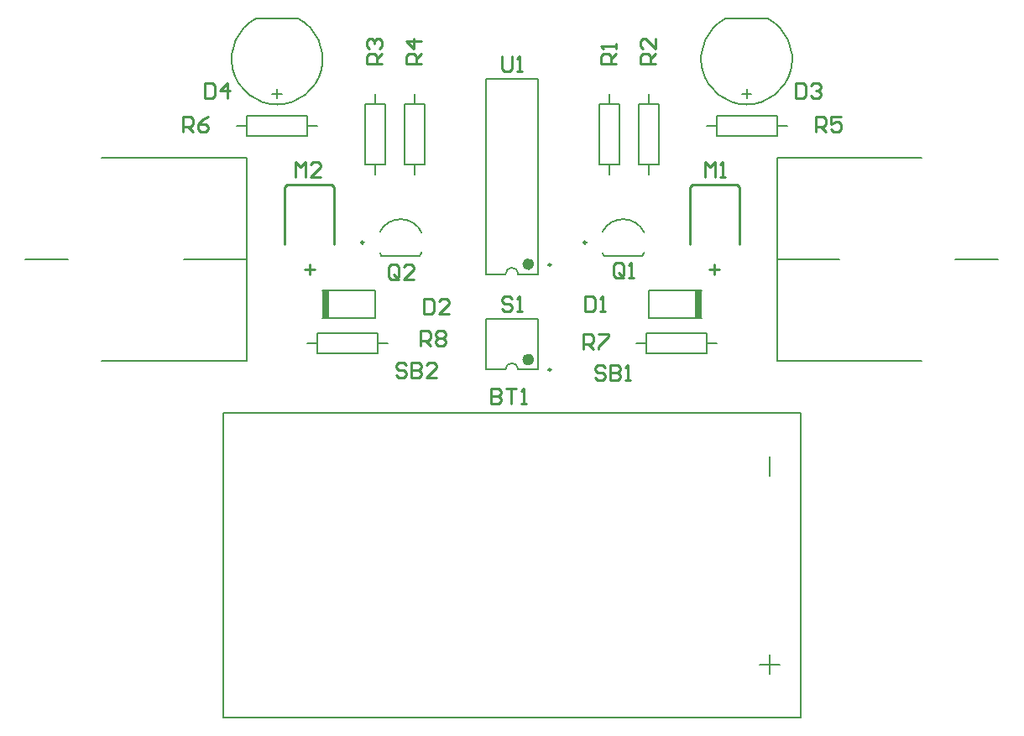
<source format=gbr>
G04 Layer_Color=65535*
%FSLAX26Y26*%
%MOIN*%
%TF.FileFunction,Legend,Top*%
%TF.Part,Single*%
G01*
G75*
%TA.AperFunction,NonConductor*%
%ADD28C,0.010000*%
%ADD47C,0.023622*%
%ADD48C,0.009842*%
%ADD49C,0.007874*%
%ADD50R,0.031496X0.110236*%
D28*
X-902575Y876955D02*
Y1103333D01*
X-892733Y1113176D01*
X-804150D01*
X-715567D01*
X-705725Y1103333D01*
Y876955D02*
Y1103333D01*
X705724Y876955D02*
Y1103333D01*
X715567Y1113176D01*
X804149D01*
X892732D01*
X902575Y1103333D01*
Y876955D02*
Y1103333D01*
X-858268Y1145669D02*
Y1205650D01*
X-838274Y1185656D01*
X-818281Y1205650D01*
Y1145669D01*
X-758300D02*
X-798287D01*
X-758300Y1185656D01*
Y1195653D01*
X-768297Y1205650D01*
X-788290D01*
X-798287Y1195653D01*
X-38386Y1624153D02*
Y1574170D01*
X-28389Y1564173D01*
X-8396D01*
X1601Y1574170D01*
Y1624153D01*
X21595Y1564173D02*
X41588D01*
X31592D01*
Y1624153D01*
X21595Y1614157D01*
X617Y660220D02*
X-9380Y670217D01*
X-29373D01*
X-39370Y660220D01*
Y650223D01*
X-29373Y640226D01*
X-9380D01*
X617Y630230D01*
Y620233D01*
X-9380Y610236D01*
X-29373D01*
X-39370Y620233D01*
X20610Y610236D02*
X40604D01*
X30607D01*
Y670217D01*
X20610Y660220D01*
X-358268Y1594488D02*
X-418248D01*
Y1624478D01*
X-408252Y1634475D01*
X-388258D01*
X-378261Y1624478D01*
Y1594488D01*
Y1614482D02*
X-358268Y1634475D01*
Y1684459D02*
X-418248D01*
X-388258Y1654469D01*
Y1694456D01*
X-515748Y1594488D02*
X-575729D01*
Y1624478D01*
X-565732Y1634475D01*
X-545738D01*
X-535741Y1624478D01*
Y1594488D01*
Y1614482D02*
X-515748Y1634475D01*
X-565732Y1654469D02*
X-575729Y1664466D01*
Y1684459D01*
X-565732Y1694456D01*
X-555735D01*
X-545738Y1684459D01*
Y1674462D01*
Y1684459D01*
X-535741Y1694456D01*
X-525745D01*
X-515748Y1684459D01*
Y1664466D01*
X-525745Y1654469D01*
X-450170Y746217D02*
Y786204D01*
X-460167Y796201D01*
X-480161D01*
X-490158Y786204D01*
Y746217D01*
X-480161Y736221D01*
X-460167D01*
X-470164Y756214D02*
X-450170Y736221D01*
X-460167D02*
X-450170Y746217D01*
X-390190Y736221D02*
X-430177D01*
X-390190Y776208D01*
Y786204D01*
X-400187Y796201D01*
X-420180D01*
X-430177Y786204D01*
X-82677Y304075D02*
Y244095D01*
X-52687D01*
X-42690Y254091D01*
Y264088D01*
X-52687Y274085D01*
X-82677D01*
X-52687D01*
X-42690Y284082D01*
Y294078D01*
X-52687Y304075D01*
X-82677D01*
X-22697D02*
X17291D01*
X-2703D01*
Y244095D01*
X37284D02*
X57278D01*
X47281D01*
Y304075D01*
X37284Y294078D01*
X-348622Y662343D02*
Y602362D01*
X-318632D01*
X-308635Y612359D01*
Y652346D01*
X-318632Y662343D01*
X-348622D01*
X-248654Y602362D02*
X-288642D01*
X-248654Y642349D01*
Y652346D01*
X-258651Y662343D01*
X-278645D01*
X-288642Y652346D01*
X767716Y1145669D02*
Y1205650D01*
X787710Y1185656D01*
X807704Y1205650D01*
Y1145669D01*
X827697D02*
X847691D01*
X837694D01*
Y1205650D01*
X827697Y1195653D01*
X570866Y1594488D02*
X510885D01*
Y1624478D01*
X520882Y1634475D01*
X540876D01*
X550873Y1624478D01*
Y1594488D01*
Y1614482D02*
X570866Y1634475D01*
Y1694456D02*
Y1654469D01*
X530879Y1694456D01*
X520882D01*
X510885Y1684459D01*
Y1664466D01*
X520882Y1654469D01*
X413386Y1594488D02*
X353405D01*
Y1624478D01*
X363402Y1634475D01*
X383396D01*
X393392Y1624478D01*
Y1594488D01*
Y1614482D02*
X413386Y1634475D01*
Y1654469D02*
Y1674462D01*
Y1664466D01*
X353405D01*
X363402Y1654469D01*
X443530Y754091D02*
Y794078D01*
X433534Y804075D01*
X413540D01*
X403543Y794078D01*
Y754091D01*
X413540Y744095D01*
X433534D01*
X423537Y764088D02*
X443530Y744095D01*
X433534D02*
X443530Y754091D01*
X463524Y744095D02*
X483517D01*
X473521D01*
Y804075D01*
X463524Y794078D01*
X289567Y670217D02*
Y610236D01*
X319557D01*
X329554Y620233D01*
Y660220D01*
X319557Y670217D01*
X289567D01*
X349548Y610236D02*
X369541D01*
X359544D01*
Y670217D01*
X349548Y660220D01*
X1125984Y1516674D02*
Y1456693D01*
X1155975D01*
X1165971Y1466690D01*
Y1506677D01*
X1155975Y1516674D01*
X1125984D01*
X1185965Y1506677D02*
X1195962Y1516674D01*
X1215955D01*
X1225952Y1506677D01*
Y1496680D01*
X1215955Y1486683D01*
X1205958D01*
X1215955D01*
X1225952Y1476686D01*
Y1466690D01*
X1215955Y1456693D01*
X1195962D01*
X1185965Y1466690D01*
X1208661Y1322835D02*
Y1382815D01*
X1238652D01*
X1248649Y1372818D01*
Y1352825D01*
X1238652Y1342828D01*
X1208661D01*
X1228655D02*
X1248649Y1322835D01*
X1308629Y1382815D02*
X1268642D01*
Y1352825D01*
X1288636Y1362822D01*
X1298632D01*
X1308629Y1352825D01*
Y1332831D01*
X1298632Y1322835D01*
X1278639D01*
X1268642Y1332831D01*
X283661Y460630D02*
Y520611D01*
X313652D01*
X323649Y510614D01*
Y490620D01*
X313652Y480623D01*
X283661D01*
X303655D02*
X323649Y460630D01*
X343642Y520611D02*
X383629D01*
Y510614D01*
X343642Y470627D01*
Y460630D01*
X-362402Y472441D02*
Y532422D01*
X-332411D01*
X-322415Y522425D01*
Y502431D01*
X-332411Y492435D01*
X-362402D01*
X-342408D02*
X-322415Y472441D01*
X-302421Y522425D02*
X-292424Y532422D01*
X-272431D01*
X-262434Y522425D01*
Y512428D01*
X-272431Y502431D01*
X-262434Y492435D01*
Y482438D01*
X-272431Y472441D01*
X-292424D01*
X-302421Y482438D01*
Y492435D01*
X-292424Y502431D01*
X-302421Y512428D01*
Y522425D01*
X-292424Y502431D02*
X-272431D01*
X370204Y388567D02*
X360207Y398563D01*
X340213D01*
X330216Y388567D01*
Y378570D01*
X340213Y368573D01*
X360207D01*
X370204Y358576D01*
Y348579D01*
X360207Y338583D01*
X340213D01*
X330216Y348579D01*
X390197Y398563D02*
Y338583D01*
X420187D01*
X430184Y348579D01*
Y358576D01*
X420187Y368573D01*
X390197D01*
X420187D01*
X430184Y378570D01*
Y388567D01*
X420187Y398563D01*
X390197D01*
X450178Y338583D02*
X470171D01*
X460175D01*
Y398563D01*
X450178Y388567D01*
X-420643Y396440D02*
X-430640Y406437D01*
X-450633D01*
X-460630Y396440D01*
Y386444D01*
X-450633Y376447D01*
X-430640D01*
X-420643Y366450D01*
Y356454D01*
X-430640Y346457D01*
X-450633D01*
X-460630Y356454D01*
X-400649Y406437D02*
Y346457D01*
X-370659D01*
X-360662Y356454D01*
Y366450D01*
X-370659Y376447D01*
X-400649D01*
X-370659D01*
X-360662Y386444D01*
Y396440D01*
X-370659Y406437D01*
X-400649D01*
X-300682Y346457D02*
X-340669D01*
X-300682Y386444D01*
Y396440D01*
X-310678Y406437D01*
X-330672D01*
X-340669Y396440D01*
X-1307087Y1322835D02*
Y1382815D01*
X-1277096D01*
X-1267100Y1372818D01*
Y1352825D01*
X-1277096Y1342828D01*
X-1307087D01*
X-1287093D02*
X-1267100Y1322835D01*
X-1207119Y1382815D02*
X-1227112Y1372818D01*
X-1247106Y1352825D01*
Y1332831D01*
X-1237109Y1322835D01*
X-1217116D01*
X-1207119Y1332831D01*
Y1342828D01*
X-1217116Y1352825D01*
X-1247106D01*
X-1220472Y1516674D02*
Y1456693D01*
X-1190482D01*
X-1180485Y1466690D01*
Y1506677D01*
X-1190482Y1516674D01*
X-1220472D01*
X-1130502Y1456693D02*
Y1516674D01*
X-1160492Y1486683D01*
X-1120505D01*
X-803687Y798215D02*
Y758228D01*
X-783694Y778221D02*
X-823681D01*
X804612Y798215D02*
Y758228D01*
X824606Y778221D02*
X784619D01*
D47*
X76772Y419291D02*
G03*
X76772Y419291I-11811J0D01*
G01*
Y798425D02*
G03*
X76772Y798425I-11811J0D01*
G01*
D48*
X154921Y379134D02*
G03*
X154921Y379134I-4921J0D01*
G01*
X-588583Y884252D02*
G03*
X-588583Y884252I-4921J0D01*
G01*
X154921Y795669D02*
G03*
X154921Y795669I-4921J0D01*
G01*
X295276Y884252D02*
G03*
X295276Y884252I-4921J0D01*
G01*
D49*
X25000Y379921D02*
G03*
X-25000Y379921I-25000J0D01*
G01*
X-523696Y840959D02*
G03*
X-518071Y831692I81766J43293D01*
G01*
X-365788D02*
G03*
X-358091Y845122I-76141J52560D01*
G01*
X-358099Y923396D02*
G03*
X-523688Y927559I-83831J-39144D01*
G01*
X25000Y759055D02*
G03*
X-25000Y759055I-25000J0D01*
G01*
X360163Y840959D02*
G03*
X365788Y831692I81766J43293D01*
G01*
X518071D02*
G03*
X525768Y845122I-76141J52560D01*
G01*
X525760Y923396D02*
G03*
X360171Y927559I-83831J-39144D01*
G01*
X849723Y1774575D02*
G03*
X1014844Y1774575I82560J-161189D01*
G01*
X-1014844Y1774575D02*
G03*
X-849723Y1774575I82560J-161189D01*
G01*
X-104331Y580709D02*
X104331D01*
X-104331Y379921D02*
X-25000D01*
X25000D02*
X104331D01*
X-104331D02*
Y580709D01*
X104331Y379921D02*
Y580709D01*
X-426811Y1433914D02*
X-346811D01*
Y1193914D02*
Y1433914D01*
X-426811Y1193914D02*
X-346811D01*
X-426811D02*
Y1433914D01*
X-386811D02*
Y1473914D01*
Y1153914D02*
Y1193914D01*
X-518071Y831693D02*
X-365788D01*
X-584292Y1433914D02*
X-504292D01*
Y1193914D02*
Y1433914D01*
X-584292Y1193914D02*
X-504292D01*
X-584292D02*
Y1433914D01*
X-544292D02*
Y1473914D01*
Y1153914D02*
Y1193914D01*
X-104331Y1534645D02*
X104331D01*
X-104331Y759055D02*
X-25000D01*
X25000D02*
X104331D01*
X-104331D02*
Y1534645D01*
X104331Y759055D02*
Y1534645D01*
X-752165Y692913D02*
X-543504D01*
X-752165Y582677D02*
X-543504D01*
Y692913D01*
X504292Y1433914D02*
X584292D01*
Y1193914D02*
Y1433914D01*
X504292Y1193914D02*
X584292D01*
X504292D02*
Y1433914D01*
X544292D02*
Y1473914D01*
Y1153914D02*
Y1193914D01*
X346811Y1433914D02*
X426811D01*
Y1193914D02*
Y1433914D01*
X346811Y1193914D02*
X426811D01*
X346811D02*
Y1433914D01*
X386811D02*
Y1473914D01*
Y1153914D02*
Y1193914D01*
X365788Y831693D02*
X518071D01*
X543504Y582677D02*
Y692913D01*
X752165D01*
X543504Y582677D02*
X752165D01*
X932284Y1455906D02*
Y1495276D01*
X912599Y1475591D02*
X951969D01*
X932284D02*
X951969D01*
X842009Y1770384D02*
Y1770385D01*
X849723Y1774575D02*
X1014844D01*
X772284Y1346850D02*
X812284D01*
X1052284D02*
X1092284D01*
X812284Y1386850D02*
X1052284D01*
X812284Y1306850D02*
Y1386850D01*
Y1306850D02*
X1052284D01*
Y1386850D01*
X-533740Y484252D02*
X-493740D01*
X-813740D02*
X-773740D01*
Y524252D02*
X-533740D01*
Y444252D02*
Y524252D01*
X-773740Y444252D02*
X-533740D01*
X-773740D02*
Y524252D01*
X493740Y484252D02*
X533740D01*
X773740D02*
X813740D01*
X533740Y524252D02*
X773740D01*
X533740Y444252D02*
Y524252D01*
Y444252D02*
X773740D01*
Y524252D01*
X-1054134Y413386D02*
Y1220472D01*
X-1628149D02*
X-1054134D01*
X-1932087Y816535D02*
X-1762008D01*
X-1301378Y816929D02*
X-1054134D01*
X-1628149Y413386D02*
X-1054134D01*
X1054134Y816929D02*
X1301378D01*
X1762008Y816535D02*
X1932087D01*
X1054134Y413386D02*
X1628150D01*
X1054134D02*
Y1220472D01*
X1054528D02*
X1628150D01*
X-812284Y1346850D02*
X-772284D01*
X-1092284D02*
X-1052284D01*
Y1386850D02*
X-812284D01*
Y1306850D02*
Y1386850D01*
X-1052284Y1306850D02*
X-812284D01*
X-1052284D02*
Y1386850D01*
X-932284Y1455905D02*
Y1495275D01*
X-951968Y1475590D02*
X-912598D01*
X-932284D02*
X-912598D01*
X-1022558Y1770384D02*
Y1770384D01*
X-1014844Y1774575D02*
X-849723D01*
X-1145669Y207087D02*
X1145669D01*
X-1145669Y-1002362D02*
Y207087D01*
Y-1002362D02*
X1048819D01*
X1145669D01*
Y207087D01*
X1023622Y-830709D02*
Y-791339D01*
Y-830709D02*
Y-751968D01*
Y-791339D02*
Y-751968D01*
Y-791339D02*
X1062992D01*
X984252D02*
X1023622D01*
Y-43307D02*
Y35433D01*
D50*
X-740356Y637802D02*
D03*
X740350Y637780D02*
D03*
%TF.MD5,32a152483cf908d6714856e45988f007*%
M02*

</source>
